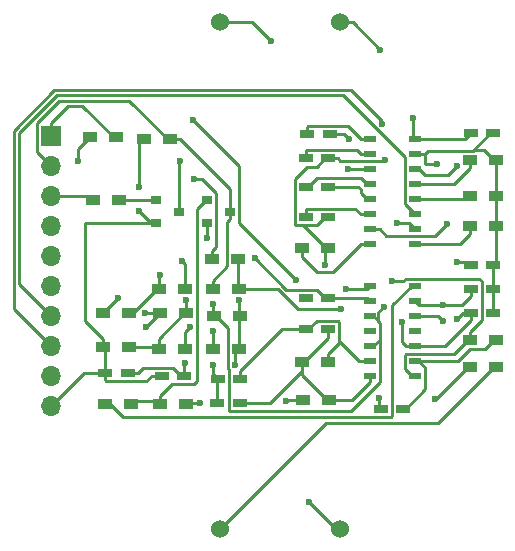
<source format=gbr>
G04 #@! TF.FileFunction,Copper,L1,Top,Signal*
%FSLAX46Y46*%
G04 Gerber Fmt 4.6, Leading zero omitted, Abs format (unit mm)*
G04 Created by KiCad (PCBNEW 4.0.7) date Wednesday, December 20, 2017 'PMt' 05:08:58 PM*
%MOMM*%
%LPD*%
G01*
G04 APERTURE LIST*
%ADD10C,0.100000*%
%ADD11R,1.200000X0.750000*%
%ADD12C,1.524000*%
%ADD13R,0.900000X0.800000*%
%ADD14R,1.200000X0.900000*%
%ADD15R,1.100000X0.500000*%
%ADD16R,1.700000X1.700000*%
%ADD17O,1.700000X1.700000*%
%ADD18C,0.600000*%
%ADD19C,0.250000*%
G04 APERTURE END LIST*
D10*
D11*
X116464000Y-108712000D03*
X118364000Y-108712000D03*
X130434000Y-105918000D03*
X132334000Y-105918000D03*
X130434000Y-109982000D03*
X132334000Y-109982000D03*
X130434000Y-94742000D03*
X132334000Y-94742000D03*
X116586000Y-94869000D03*
X118486000Y-94869000D03*
X109032000Y-115570000D03*
X110932000Y-115570000D03*
X108966000Y-117602000D03*
X110866000Y-117602000D03*
X116464000Y-111379000D03*
X118364000Y-111379000D03*
X122814000Y-118110000D03*
X124714000Y-118110000D03*
X130434000Y-107950000D03*
X132334000Y-107950000D03*
X116464000Y-99314000D03*
X118364000Y-99314000D03*
X116464000Y-101854000D03*
X118364000Y-101854000D03*
X116459000Y-96901000D03*
X118359000Y-96901000D03*
X99507000Y-115062000D03*
X101407000Y-115062000D03*
X104272000Y-115316000D03*
X106172000Y-115316000D03*
D12*
X109220000Y-128270000D03*
X119380000Y-128270000D03*
X109220000Y-85344000D03*
X119380000Y-85344000D03*
D13*
X103759000Y-100457000D03*
X103759000Y-102357000D03*
X105759000Y-101407000D03*
X108077000Y-100457000D03*
X108077000Y-102357000D03*
X110077000Y-101407000D03*
D14*
X130388000Y-114554000D03*
X132588000Y-114554000D03*
X99314000Y-112903000D03*
X101514000Y-112903000D03*
X108712000Y-110236000D03*
X110912000Y-110236000D03*
X104013000Y-107950000D03*
X106213000Y-107950000D03*
X98425000Y-100457000D03*
X100625000Y-100457000D03*
X99314000Y-109982000D03*
X101514000Y-109982000D03*
X104140000Y-109982000D03*
X106340000Y-109982000D03*
X116164000Y-114173000D03*
X118364000Y-114173000D03*
X116205000Y-117348000D03*
X118405000Y-117348000D03*
X104013000Y-113030000D03*
X106213000Y-113030000D03*
X108585000Y-113030000D03*
X110785000Y-113030000D03*
X98171000Y-95123000D03*
X100371000Y-95123000D03*
X130388000Y-112268000D03*
X132588000Y-112268000D03*
X108544000Y-105410000D03*
X110744000Y-105410000D03*
X99519380Y-117678200D03*
X101719380Y-117678200D03*
X104099000Y-117729000D03*
X106299000Y-117729000D03*
X108585000Y-107950000D03*
X110785000Y-107950000D03*
X102743000Y-95250000D03*
X104943000Y-95250000D03*
D15*
X121920000Y-107696000D03*
X121920000Y-108966000D03*
X121920000Y-110236000D03*
X121920000Y-111506000D03*
X121920000Y-112776000D03*
X121920000Y-114046000D03*
X121920000Y-115316000D03*
X125730000Y-115316000D03*
X125730000Y-114046000D03*
X125730000Y-112776000D03*
X125730000Y-111506000D03*
X125730000Y-110236000D03*
X125730000Y-108966000D03*
X125730000Y-107696000D03*
D16*
X94869000Y-94996000D03*
D17*
X94869000Y-97536000D03*
X94869000Y-100076000D03*
X94869000Y-102616000D03*
X94869000Y-105156000D03*
X94869000Y-107696000D03*
X94869000Y-110236000D03*
X94869000Y-112776000D03*
X94869000Y-115316000D03*
X94869000Y-117856000D03*
D14*
X130388000Y-100076000D03*
X132588000Y-100076000D03*
X130388000Y-102616000D03*
X132588000Y-102616000D03*
X116164000Y-104521000D03*
X118364000Y-104521000D03*
X130388000Y-97028000D03*
X132588000Y-97028000D03*
D15*
X121920000Y-95250000D03*
X121920000Y-96520000D03*
X121920000Y-97790000D03*
X121920000Y-99060000D03*
X121920000Y-100330000D03*
X121920000Y-101600000D03*
X121920000Y-102870000D03*
X121920000Y-104140000D03*
X125730000Y-104140000D03*
X125730000Y-102870000D03*
X125730000Y-101600000D03*
X125730000Y-100330000D03*
X125730000Y-99060000D03*
X125730000Y-97790000D03*
X125730000Y-96520000D03*
X125730000Y-95250000D03*
D18*
X116464000Y-108712000D03*
X115628420Y-107175300D03*
X106954320Y-93626940D03*
X127386080Y-117284500D03*
X112171480Y-105359200D03*
X105966260Y-105582720D03*
X129316480Y-105671620D03*
X129273300Y-110538260D03*
X124584460Y-110761780D03*
X123065540Y-109466380D03*
X108587540Y-109194600D03*
X106339640Y-108900002D03*
X116730780Y-125958600D03*
X127579120Y-97350580D03*
X123162060Y-97020380D03*
X118132860Y-105890060D03*
X110835440Y-108900002D03*
X108122720Y-103642160D03*
X110497620Y-114368580D03*
X107528360Y-117635020D03*
X106212640Y-114241580D03*
X125552200Y-93451680D03*
X105816400Y-97114360D03*
X120068340Y-97792540D03*
X120124220Y-95252540D03*
X108587540Y-114368580D03*
X102946200Y-111188500D03*
X102870000Y-109982000D03*
X100584000Y-108712000D03*
X122712480Y-117167660D03*
X114823240Y-117419120D03*
X128066800Y-109303820D03*
X97221040Y-97106740D03*
X106636820Y-111188500D03*
X108630720Y-111526320D03*
X106636820Y-111188500D03*
X102362000Y-99314000D03*
X102362000Y-101346000D03*
X113553240Y-86969600D03*
X129289429Y-97515805D03*
X122775980Y-87685880D03*
X128407160Y-102430580D03*
X119852440Y-107993180D03*
X104134920Y-106743500D03*
X123736100Y-107325160D03*
X123736100Y-107325160D03*
X123736100Y-107325160D03*
X107038140Y-98661220D03*
X128066800Y-110672880D03*
X119494300Y-109646720D03*
X124206000Y-102362000D03*
X122936000Y-93980000D03*
D19*
X106954320Y-93626940D02*
X110852001Y-97524621D01*
X110852001Y-97524621D02*
X110852001Y-102398881D01*
X110852001Y-102398881D02*
X115628420Y-107175300D01*
X130388000Y-114554000D02*
X130238000Y-114554000D01*
X130238000Y-114554000D02*
X127507500Y-117284500D01*
X127507500Y-117284500D02*
X127386080Y-117284500D01*
X118364000Y-108712000D02*
X121666000Y-108712000D01*
X121666000Y-108712000D02*
X121920000Y-108966000D01*
X112171480Y-105359200D02*
X114824279Y-108011999D01*
X114824279Y-108011999D02*
X117438999Y-108011999D01*
X117438999Y-108011999D02*
X118139000Y-108712000D01*
X118139000Y-108712000D02*
X118364000Y-108712000D01*
X106213000Y-107950000D02*
X106213000Y-105829460D01*
X106213000Y-105829460D02*
X105966260Y-105582720D01*
X129316480Y-105671620D02*
X130187620Y-105671620D01*
X130187620Y-105671620D02*
X130434000Y-105918000D01*
X130434000Y-109982000D02*
X129829560Y-109982000D01*
X129829560Y-109982000D02*
X129273300Y-110538260D01*
X125730000Y-112776000D02*
X128265000Y-112776000D01*
X128265000Y-112776000D02*
X130434000Y-110607000D01*
X130434000Y-110607000D02*
X130434000Y-109982000D01*
X124584460Y-110761780D02*
X124584460Y-112430460D01*
X124584460Y-112430460D02*
X124930000Y-112776000D01*
X124930000Y-112776000D02*
X125730000Y-112776000D01*
X122618500Y-110634500D02*
X122220000Y-110236000D01*
X122795001Y-110811001D02*
X122618500Y-110634500D01*
X122618500Y-110634500D02*
X122618500Y-109913420D01*
X122618500Y-109913420D02*
X123065540Y-109466380D01*
X122795001Y-110985300D02*
X122795001Y-110811001D01*
X122795001Y-115826001D02*
X122795001Y-110985300D01*
X122795001Y-110985300D02*
X122795001Y-112200999D01*
X122795001Y-112200999D02*
X122220000Y-112776000D01*
X122220000Y-112776000D02*
X121920000Y-112776000D01*
X108712000Y-110236000D02*
X108862000Y-110236000D01*
X110005999Y-116901999D02*
X109940999Y-116966999D01*
X108862000Y-110236000D02*
X109859999Y-111233999D01*
X109859999Y-111233999D02*
X109859999Y-114655961D01*
X109859999Y-114655961D02*
X110005999Y-114801961D01*
X110005999Y-114801961D02*
X110005999Y-116901999D01*
X109940999Y-116966999D02*
X109940999Y-118237001D01*
X109940999Y-118237001D02*
X110005999Y-118302001D01*
X110005999Y-118302001D02*
X120319001Y-118302001D01*
X120319001Y-118302001D02*
X122795001Y-115826001D01*
X122220000Y-110236000D02*
X121920000Y-110236000D01*
X108587540Y-109194600D02*
X108587540Y-110111540D01*
X108587540Y-110111540D02*
X108712000Y-110236000D01*
X106340000Y-109982000D02*
X106340000Y-108900362D01*
X106340000Y-108900362D02*
X106339640Y-108900002D01*
X104013000Y-113030000D02*
X104013000Y-112159000D01*
X104013000Y-112159000D02*
X106190000Y-109982000D01*
X106190000Y-109982000D02*
X106340000Y-109982000D01*
X101514000Y-112903000D02*
X103886000Y-112903000D01*
X103886000Y-112903000D02*
X104013000Y-113030000D01*
X116730780Y-125958600D02*
X119042180Y-128270000D01*
X119042180Y-128270000D02*
X119380000Y-128270000D01*
X126560580Y-97350580D02*
X126530000Y-97320000D01*
X126530000Y-97320000D02*
X126530000Y-96520000D01*
X127579120Y-97350580D02*
X126560580Y-97350580D01*
X118359000Y-96901000D02*
X119209000Y-96901000D01*
X119209000Y-96901000D02*
X119403001Y-97095001D01*
X119403001Y-97095001D02*
X123087439Y-97095001D01*
X123087439Y-97095001D02*
X123162060Y-97020380D01*
X118364000Y-101854000D02*
X118139000Y-101854000D01*
X118139000Y-101854000D02*
X117438999Y-102554001D01*
X117438999Y-102554001D02*
X116247001Y-102554001D01*
X118364000Y-104521000D02*
X118214000Y-104521000D01*
X116247001Y-102554001D02*
X115603999Y-102554001D01*
X115603999Y-102554001D02*
X115538999Y-102489001D01*
X118214000Y-104521000D02*
X116247001Y-102554001D01*
X115538999Y-102489001D02*
X115538999Y-98678999D01*
X115538999Y-98678999D02*
X116616997Y-97601001D01*
X116616997Y-97601001D02*
X117433999Y-97601001D01*
X117433999Y-97601001D02*
X118134000Y-96901000D01*
X118134000Y-96901000D02*
X118359000Y-96901000D01*
X132334000Y-107950000D02*
X132334000Y-109982000D01*
X132334000Y-105918000D02*
X132334000Y-107950000D01*
X132588000Y-102616000D02*
X132588000Y-105664000D01*
X132588000Y-105664000D02*
X132334000Y-105918000D01*
X132588000Y-100076000D02*
X132588000Y-102616000D01*
X132588000Y-97028000D02*
X132588000Y-100076000D01*
X130700780Y-96150220D02*
X130598001Y-96252999D01*
X132109000Y-94742000D02*
X130700780Y-96150220D01*
X130700780Y-96150220D02*
X131560220Y-96150220D01*
X131560220Y-96150220D02*
X132438000Y-97028000D01*
X132438000Y-97028000D02*
X132588000Y-97028000D01*
X132334000Y-94742000D02*
X132109000Y-94742000D01*
X130598001Y-96252999D02*
X126797001Y-96252999D01*
X126797001Y-96252999D02*
X126530000Y-96520000D01*
X126530000Y-96520000D02*
X125730000Y-96520000D01*
X118132860Y-105890060D02*
X118132860Y-104752140D01*
X118132860Y-104752140D02*
X118364000Y-104521000D01*
X110785000Y-113030000D02*
X110785000Y-110363000D01*
X110785000Y-110363000D02*
X110912000Y-110236000D01*
X110835440Y-108900002D02*
X110835440Y-110159440D01*
X110835440Y-110159440D02*
X110912000Y-110236000D01*
X108077000Y-102357000D02*
X108077000Y-103596440D01*
X108077000Y-103596440D02*
X108122720Y-103642160D01*
X110497620Y-114368580D02*
X110497620Y-113317380D01*
X110497620Y-113317380D02*
X110785000Y-113030000D01*
X107528360Y-117635020D02*
X106392980Y-117635020D01*
X106392980Y-117635020D02*
X106299000Y-117729000D01*
X106172000Y-115316000D02*
X106172000Y-114282220D01*
X106172000Y-114282220D02*
X106212640Y-114241580D01*
X101407000Y-115062000D02*
X102257000Y-115062000D01*
X102257000Y-115062000D02*
X102703001Y-114615999D01*
X102703001Y-114615999D02*
X105246999Y-114615999D01*
X105246999Y-114615999D02*
X105947000Y-115316000D01*
X105947000Y-115316000D02*
X106172000Y-115316000D01*
X125730000Y-95250000D02*
X129926000Y-95250000D01*
X129926000Y-95250000D02*
X130434000Y-94742000D01*
X125552200Y-93451680D02*
X125552200Y-95072200D01*
X125552200Y-95072200D02*
X125730000Y-95250000D01*
X105759000Y-101407000D02*
X105759000Y-97171760D01*
X105759000Y-97171760D02*
X105816400Y-97114360D01*
X116586000Y-94869000D02*
X116586000Y-94244000D01*
X116586000Y-94244000D02*
X116661001Y-94168999D01*
X116661001Y-94168999D02*
X120038999Y-94168999D01*
X120038999Y-94168999D02*
X121120000Y-95250000D01*
X121120000Y-95250000D02*
X121920000Y-95250000D01*
X120068340Y-97792540D02*
X121917460Y-97792540D01*
X121917460Y-97792540D02*
X121920000Y-97790000D01*
X118486000Y-94869000D02*
X119740680Y-94869000D01*
X119740680Y-94869000D02*
X120124220Y-95252540D01*
X108966000Y-117602000D02*
X108966000Y-115636000D01*
X108966000Y-115636000D02*
X109032000Y-115570000D01*
X108587540Y-114368580D02*
X108587540Y-115125540D01*
X108587540Y-115125540D02*
X109032000Y-115570000D01*
X104140000Y-109982000D02*
X104140000Y-109994700D01*
X104140000Y-109994700D02*
X102946200Y-111188500D01*
X102870000Y-109982000D02*
X104140000Y-109982000D01*
X99314000Y-109982000D02*
X100584000Y-108712000D01*
X119289001Y-112339120D02*
X119289001Y-110743999D01*
X120995881Y-114046000D02*
X121920000Y-114046000D01*
X119289001Y-112547999D02*
X119289001Y-112339120D01*
X119289001Y-112339120D02*
X120995881Y-114046000D01*
X116464000Y-111379000D02*
X114498000Y-111379000D01*
X114498000Y-111379000D02*
X110932000Y-114945000D01*
X110932000Y-114945000D02*
X110932000Y-115570000D01*
X118364000Y-114173000D02*
X118364000Y-113473000D01*
X116689000Y-111379000D02*
X116464000Y-111379000D01*
X118364000Y-113473000D02*
X119289001Y-112547999D01*
X119289001Y-110743999D02*
X119224001Y-110678999D01*
X119224001Y-110678999D02*
X117389001Y-110678999D01*
X117389001Y-110678999D02*
X116689000Y-111379000D01*
X118405000Y-117348000D02*
X120388000Y-117348000D01*
X120388000Y-117348000D02*
X121920000Y-115816000D01*
X121920000Y-115816000D02*
X121920000Y-115316000D01*
X116164000Y-114873000D02*
X116164000Y-115257000D01*
X116164000Y-115257000D02*
X118255000Y-117348000D01*
X118255000Y-117348000D02*
X118405000Y-117348000D01*
X116164000Y-114173000D02*
X116314000Y-114173000D01*
X116314000Y-114173000D02*
X118364000Y-112123000D01*
X118364000Y-112123000D02*
X118364000Y-112004000D01*
X118364000Y-112004000D02*
X118364000Y-111379000D01*
X110866000Y-117602000D02*
X113435000Y-117602000D01*
X113435000Y-117602000D02*
X116164000Y-114873000D01*
X116164000Y-114873000D02*
X116164000Y-114173000D01*
X122712480Y-117167660D02*
X122712480Y-118008480D01*
X122712480Y-118008480D02*
X122814000Y-118110000D01*
X116205000Y-117348000D02*
X114894360Y-117348000D01*
X114894360Y-117348000D02*
X114823240Y-117419120D01*
X125730000Y-114046000D02*
X126030000Y-114046000D01*
X126030000Y-114046000D02*
X126605001Y-114621001D01*
X126605001Y-114621001D02*
X126605001Y-116443999D01*
X126605001Y-116443999D02*
X124939000Y-118110000D01*
X124939000Y-118110000D02*
X124714000Y-118110000D01*
X125730000Y-114046000D02*
X129338008Y-114046000D01*
X129338008Y-114046000D02*
X130341007Y-113043001D01*
X131662999Y-113043001D02*
X132438000Y-112268000D01*
X132438000Y-112268000D02*
X132588000Y-112268000D01*
X130341007Y-113043001D02*
X131662999Y-113043001D01*
X128066800Y-109303820D02*
X129705180Y-109303820D01*
X129705180Y-109303820D02*
X130434000Y-108575000D01*
X130434000Y-108575000D02*
X130434000Y-107950000D01*
X128066800Y-109303820D02*
X126067820Y-109303820D01*
X126067820Y-109303820D02*
X125730000Y-108966000D01*
X97221040Y-97106740D02*
X97221040Y-96072960D01*
X97221040Y-96072960D02*
X98171000Y-95123000D01*
X108630720Y-111526320D02*
X108630720Y-112984280D01*
X108630720Y-112984280D02*
X108585000Y-113030000D01*
X106213000Y-113030000D02*
X106213000Y-111612320D01*
X106213000Y-111612320D02*
X106636820Y-111188500D01*
X116464000Y-99314000D02*
X116689000Y-99314000D01*
X116689000Y-99314000D02*
X117443000Y-98560000D01*
X117443000Y-98560000D02*
X121120000Y-98560000D01*
X121620000Y-99060000D02*
X121920000Y-99060000D01*
X121120000Y-98560000D02*
X121620000Y-99060000D01*
X118364000Y-99314000D02*
X120904000Y-99314000D01*
X120904000Y-99314000D02*
X121120000Y-99530000D01*
X121120000Y-99530000D02*
X121120000Y-99830000D01*
X121120000Y-99830000D02*
X121620000Y-100330000D01*
X121620000Y-100330000D02*
X121920000Y-100330000D01*
X116464000Y-101854000D02*
X116464000Y-101229000D01*
X116464000Y-101229000D02*
X116539001Y-101153999D01*
X121120000Y-101600000D02*
X121920000Y-101600000D01*
X116539001Y-101153999D02*
X120673999Y-101153999D01*
X120673999Y-101153999D02*
X121120000Y-101600000D01*
X116459000Y-96901000D02*
X116459000Y-96276000D01*
X116534001Y-96200999D02*
X120800999Y-96200999D01*
X116459000Y-96276000D02*
X116534001Y-96200999D01*
X120800999Y-96200999D02*
X121120000Y-96520000D01*
X121120000Y-96520000D02*
X121920000Y-96520000D01*
X102362000Y-99314000D02*
X102362000Y-95631000D01*
X102362000Y-95631000D02*
X102743000Y-95250000D01*
X103759000Y-102357000D02*
X103373000Y-102357000D01*
X103373000Y-102357000D02*
X102362000Y-101346000D01*
X97790000Y-102362000D02*
X97795000Y-102357000D01*
X97795000Y-102357000D02*
X103759000Y-102357000D01*
X97790000Y-110679000D02*
X97790000Y-102362000D01*
X99314000Y-112903000D02*
X99314000Y-112203000D01*
X99314000Y-112203000D02*
X97790000Y-110679000D01*
X99507000Y-115062000D02*
X99507000Y-115687000D01*
X99582001Y-115762001D02*
X102975999Y-115762001D01*
X99507000Y-115687000D02*
X99582001Y-115762001D01*
X102975999Y-115762001D02*
X103422000Y-115316000D01*
X103422000Y-115316000D02*
X104272000Y-115316000D01*
X99507000Y-115062000D02*
X99507000Y-113096000D01*
X99507000Y-113096000D02*
X99314000Y-112903000D01*
X97663000Y-115062000D02*
X99507000Y-115062000D01*
X94869000Y-117856000D02*
X97663000Y-115062000D01*
X109220000Y-128270000D02*
X118158260Y-119331740D01*
X127660260Y-119331740D02*
X132438000Y-114554000D01*
X118158260Y-119331740D02*
X127660260Y-119331740D01*
X132438000Y-114554000D02*
X132588000Y-114554000D01*
X113553240Y-86969600D02*
X111927640Y-85344000D01*
X111927640Y-85344000D02*
X109220000Y-85344000D01*
X125730000Y-97790000D02*
X126030000Y-97790000D01*
X126030000Y-97790000D02*
X126530000Y-98290000D01*
X126530000Y-98290000D02*
X128515234Y-98290000D01*
X128515234Y-98290000D02*
X129289429Y-97515805D01*
X122775980Y-87685880D02*
X120434100Y-85344000D01*
X120434100Y-85344000D02*
X119380000Y-85344000D01*
X121920000Y-102870000D02*
X122720000Y-102870000D01*
X122720000Y-102870000D02*
X123295001Y-103445001D01*
X123295001Y-103445001D02*
X127392739Y-103445001D01*
X127392739Y-103445001D02*
X128407160Y-102430580D01*
X100625000Y-100457000D02*
X103759000Y-100457000D01*
X104099000Y-117729000D02*
X104099000Y-117029000D01*
X104099000Y-117029000D02*
X105111999Y-116016001D01*
X105111999Y-116016001D02*
X107032001Y-116016001D01*
X107032001Y-116016001D02*
X107301999Y-115746003D01*
X107301999Y-115746003D02*
X107301999Y-101182001D01*
X107301999Y-101182001D02*
X108027000Y-100457000D01*
X108027000Y-100457000D02*
X108077000Y-100457000D01*
X101684000Y-117475000D02*
X103845000Y-117475000D01*
X103845000Y-117475000D02*
X104099000Y-117729000D01*
X108585000Y-107950000D02*
X108585000Y-107250000D01*
X109818999Y-102315001D02*
X110077000Y-102057000D01*
X108585000Y-107250000D02*
X109818999Y-106016001D01*
X109818999Y-106016001D02*
X109818999Y-102315001D01*
X110077000Y-102057000D02*
X110077000Y-101407000D01*
X104943000Y-95250000D02*
X105793000Y-95250000D01*
X110077000Y-100757000D02*
X110077000Y-101407000D01*
X105793000Y-95250000D02*
X110077000Y-99534000D01*
X110077000Y-99534000D02*
X110077000Y-100757000D01*
X94869000Y-97536000D02*
X93693999Y-96360999D01*
X93693999Y-96360999D02*
X93693999Y-93885999D01*
X93693999Y-93885999D02*
X95574008Y-92005990D01*
X95574008Y-92005990D02*
X101548990Y-92005990D01*
X101548990Y-92005990D02*
X104793000Y-95250000D01*
X104793000Y-95250000D02*
X104943000Y-95250000D01*
X119852440Y-107993180D02*
X121622820Y-107993180D01*
X121622820Y-107993180D02*
X121920000Y-107696000D01*
X104013000Y-107950000D02*
X104013000Y-106865420D01*
X104013000Y-106865420D02*
X104134920Y-106743500D01*
X104013000Y-107950000D02*
X103863000Y-107950000D01*
X103863000Y-107950000D02*
X101831000Y-109982000D01*
X101831000Y-109982000D02*
X101514000Y-109982000D01*
X94869000Y-100076000D02*
X98044000Y-100076000D01*
X98044000Y-100076000D02*
X98425000Y-100457000D01*
X97554000Y-92456000D02*
X100221000Y-95123000D01*
X100221000Y-95123000D02*
X100371000Y-95123000D01*
X96309000Y-92456000D02*
X97554000Y-92456000D01*
X94869000Y-94996000D02*
X94869000Y-93896000D01*
X94869000Y-93896000D02*
X96309000Y-92456000D01*
X130388000Y-112268000D02*
X130238000Y-112268000D01*
X130238000Y-112268000D02*
X129035001Y-113470999D01*
X129035001Y-113470999D02*
X124919999Y-113470999D01*
X124919999Y-113470999D02*
X124854999Y-113535999D01*
X124854999Y-114740999D02*
X125430000Y-115316000D01*
X125430000Y-115316000D02*
X125730000Y-115316000D01*
X124854999Y-113535999D02*
X124854999Y-114740999D01*
X123736100Y-107325160D02*
X124715838Y-107325160D01*
X124715838Y-107325160D02*
X124919999Y-107120999D01*
X124919999Y-107120999D02*
X131165001Y-107120999D01*
X131165001Y-107120999D02*
X131359001Y-107314999D01*
X131359001Y-107314999D02*
X131359001Y-110596999D01*
X131359001Y-110596999D02*
X130388000Y-111568000D01*
X130388000Y-111568000D02*
X130388000Y-112268000D01*
X108544000Y-105410000D02*
X108544000Y-104710000D01*
X108544000Y-104710000D02*
X108852001Y-104401999D01*
X108852001Y-104401999D02*
X108852001Y-99796999D01*
X108852001Y-99796999D02*
X107716222Y-98661220D01*
X107716222Y-98661220D02*
X107038140Y-98661220D01*
X128066800Y-110672880D02*
X127629920Y-110236000D01*
X127629920Y-110236000D02*
X125730000Y-110236000D01*
X110785000Y-107950000D02*
X114125870Y-107950000D01*
X114125870Y-107950000D02*
X115822590Y-109646720D01*
X115822590Y-109646720D02*
X119494300Y-109646720D01*
X110744000Y-105410000D02*
X110744000Y-107909000D01*
X110744000Y-107909000D02*
X110785000Y-107950000D01*
X99484000Y-117475000D02*
X99634000Y-117475000D01*
X99634000Y-117475000D02*
X100969001Y-118810001D01*
X100969001Y-118810001D02*
X123674001Y-118810001D01*
X123674001Y-118810001D02*
X123788999Y-118695003D01*
X123788999Y-118695003D02*
X123788999Y-109337001D01*
X123788999Y-109337001D02*
X125430000Y-107696000D01*
X125430000Y-107696000D02*
X125730000Y-107696000D01*
X94869000Y-110236000D02*
X92202000Y-107569000D01*
X92202000Y-107569000D02*
X92202000Y-94741588D01*
X95387608Y-91555980D02*
X119610982Y-91555980D01*
X92202000Y-94741588D02*
X95387608Y-91555980D01*
X119610982Y-91555980D02*
X124854999Y-96799997D01*
X124854999Y-96799997D02*
X124854999Y-100724999D01*
X124854999Y-100724999D02*
X125730000Y-101600000D01*
X124206000Y-102362000D02*
X125222000Y-102362000D01*
X125222000Y-102362000D02*
X125730000Y-102870000D01*
X120315970Y-91105970D02*
X122936000Y-93726000D01*
X122936000Y-93726000D02*
X122936000Y-93980000D01*
X94869000Y-112776000D02*
X91751990Y-109658990D01*
X91751990Y-109658990D02*
X91751991Y-94555187D01*
X95201208Y-91105970D02*
X120315970Y-91105970D01*
X91751991Y-94555187D02*
X95201208Y-91105970D01*
X125730000Y-100330000D02*
X130134000Y-100330000D01*
X130134000Y-100330000D02*
X130388000Y-100076000D01*
X125730000Y-104140000D02*
X129564000Y-104140000D01*
X129564000Y-104140000D02*
X130388000Y-103316000D01*
X130388000Y-103316000D02*
X130388000Y-102616000D01*
X116164000Y-104521000D02*
X116164000Y-105221000D01*
X116164000Y-105221000D02*
X117458061Y-106515061D01*
X118744939Y-106515061D02*
X121120000Y-104140000D01*
X117458061Y-106515061D02*
X118744939Y-106515061D01*
X121120000Y-104140000D02*
X121920000Y-104140000D01*
X125730000Y-99060000D02*
X129056000Y-99060000D01*
X129056000Y-99060000D02*
X130388000Y-97728000D01*
X130388000Y-97728000D02*
X130388000Y-97028000D01*
M02*

</source>
